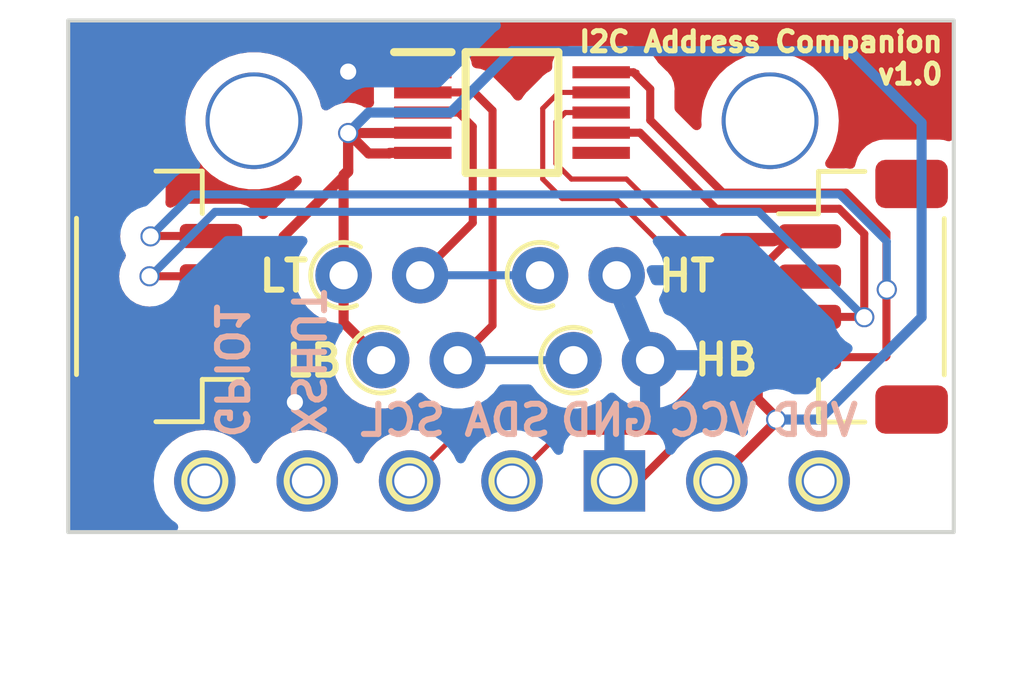
<source format=kicad_pcb>
(kicad_pcb (version 20221018) (generator pcbnew)
  (layers (0 "F.Cu" signal) (31 "B.Cu" signal) (34 "B.Paste" user) (35 "F.Paste" user) (36 "B.SilkS" user "B.Silkscreen") (37 "F.SilkS" user "F.Silkscreen") (38 "B.Mask" user) (39 "F.Mask" user) (44 "Edge.Cuts" user))
  (net 0 "")
  (net 2 "Net-(IC1-XORL)")
  (net 3 "Net-(IC1-XORH)")
  (net 4 "/3.3v")
  (net 5 "/GND")
  (net 7 "Net-(B1-SDA)")
  (net 8 "Net-(B1-SCL)")
  (net 11 "/SDA")
  (net 12 "/SCL")
  (footprint "Pololu:VL53L0X Mounting Hole" (layer "F.Cu") (at 154.9908 76.6572)
    (fp_text reference "REF**" hide)
    (fp_text value "VL53L0X Mounting Hole" hide)
    (pad "" np_thru_hole circle (at 0 -5.588) (size 2.4 2.4) (drill 2.2) (layers "F&B.Cu" "*.Mask"))
  )
  (footprint "LTC4316:SOP50P490X110-10N" (layer "F.Cu") (at 148.59 70.866)
    (fp_text reference "IC1" hide)
    (fp_text value "LTC4316CMS#PBF" hide)
    (fp_line (start -2.925 -1.5) (end -1.5 -1.5) (stroke (width 0.2)) (layer "F.SilkS"))
    (fp_line (start -1.15 -1.5) (end 1.15 -1.5) (stroke (width 0.2)) (layer "F.SilkS"))
    (fp_line (start -1.15 1.5) (end -1.15 -1.5) (stroke (width 0.2)) (layer "F.SilkS"))
    (fp_line (start 1.15 -1.5) (end 1.15 1.5) (stroke (width 0.2)) (layer "F.SilkS"))
    (fp_line (start 1.15 1.5) (end -1.15 1.5) (stroke (width 0.2)) (layer "F.SilkS"))
    (pad "1" smd rect (at -2.212 -1 90) (size 0.3 1.425) (layers "F.Cu" "F.Paste" "F.Mask") (net 5 "/GND"))
    (pad "2" smd rect (at -2.212 -0.5 90) (size 0.3 1.425) (layers "F.Cu" "F.Paste" "F.Mask") (net 3 "Net-(IC1-XORH)"))
    (pad "3" smd rect (at -2.212 0 90) (size 0.3 1.425) (layers "F.Cu" "F.Paste" "F.Mask") (net 2 "Net-(IC1-XORL)"))
    (pad "4" smd rect (at -2.212 0.5 90) (size 0.3 1.425) (layers "F.Cu" "F.Paste" "F.Mask") (net 4 "/3.3v"))
    (pad "5" smd rect (at -2.212 1 90) (size 0.3 1.425) (layers "F.Cu" "F.Paste" "F.Mask") (net 4 "/3.3v"))
    (pad "6" smd rect (at 2.212 1 90) (size 0.3 1.425) (layers "F.Cu" "F.Paste" "F.Mask"))
    (pad "7" smd rect (at 2.212 0.5 90) (size 0.3 1.425) (layers "F.Cu" "F.Paste" "F.Mask") (net 11 "/SDA"))
    (pad "8" smd rect (at 2.212 0 90) (size 0.3 1.425) (layers "F.Cu" "F.Paste" "F.Mask") (net 7 "Net-(B1-SDA)"))
    (pad "9" smd rect (at 2.212 -0.5 90) (size 0.3 1.425) (layers "F.Cu" "F.Paste" "F.Mask") (net 8 "Net-(B1-SCL)"))
    (pad "10" smd rect (at 2.212 -1 90) (size 0.3 1.425) (layers "F.Cu" "F.Paste" "F.Mask") (net 12 "/SCL"))
  )
  (footprint "Resistor_THT:R_Axial_DIN0204_L3.6mm_D1.6mm_P1.90mm_Vertical" (layer "F.Cu") (at 145.3438 77.0128)
    (fp_text reference "R1" hide)
    (fp_text value "R_HT" hide)
    (fp_arc (start 0.320095 0.749359) (mid -0.813042 -0.054435) (end 0.417133 -0.7) (stroke (width 0.12)) (layer "F.SilkS"))
    (pad "1" thru_hole circle (at 0 0) (size 1.4 1.4) (drill 0.7) (layers "*.Cu" "*.Mask") (net 4 "/3.3v"))
    (pad "2" thru_hole oval (at 1.9 0) (size 1.4 1.4) (drill 0.7) (layers "*.Cu" "*.Mask") (net 3 "Net-(IC1-XORH)"))
  )
  (footprint "Pololu:VL53L0X" (layer "F.Cu") (at 148.59 85.09)
    (fp_text reference "B1" hide)
    (fp_text value "~" hide)
    (pad "1" thru_hole circle (at 7.62 -5.08) (size 1.524 1.524) (drill 0.762) (layers "*.Cu" "*.Mask"))
    (pad "2" thru_hole circle (at 5.08 -5.08) (size 1.524 1.524) (drill 0.762) (layers "*.Cu" "*.Mask") (net 4 "/3.3v"))
    (pad "3" thru_hole rect (at 2.54 -5.08) (size 1.524 1.524) (drill 0.762) (layers "*.Cu" "*.Mask") (net 5 "/GND"))
    (pad "4" thru_hole circle (at 0 -5.08) (size 1.524 1.524) (drill 0.762) (layers "*.Cu" "*.Mask") (net 7 "Net-(B1-SDA)"))
    (pad "5" thru_hole circle (at -2.54 -5.08) (size 1.524 1.524) (drill 0.762) (layers "*.Cu" "*.Mask") (net 8 "Net-(B1-SCL)"))
    (pad "6" thru_hole circle (at -5.08 -5.08) (size 1.524 1.524) (drill 0.762) (layers "*.Cu" "*.Mask"))
    (pad "7" thru_hole circle (at -7.62 -5.08) (size 1.524 1.524) (drill 0.762) (layers "*.Cu" "*.Mask"))
  )
  (footprint "Resistor_THT:R_Axial_DIN0204_L3.6mm_D1.6mm_P1.90mm_Vertical" (layer "F.Cu") (at 144.4128 74.9046)
    (fp_text reference "R3" hide)
    (fp_text value "R_LT" hide)
    (fp_arc (start 0.320095 0.749359) (mid -0.813042 -0.054435) (end 0.417133 -0.7) (stroke (width 0.12)) (layer "F.SilkS"))
    (pad "1" thru_hole circle (at 0 0) (size 1.4 1.4) (drill 0.7) (layers "*.Cu" "*.Mask") (net 4 "/3.3v"))
    (pad "2" thru_hole oval (at 1.9 0) (size 1.4 1.4) (drill 0.7) (layers "*.Cu" "*.Mask") (net 2 "Net-(IC1-XORL)"))
  )
  (footprint "Resistor_THT:R_Axial_DIN0204_L3.6mm_D1.6mm_P1.90mm_Vertical" (layer "F.Cu") (at 149.2852 74.9046)
    (fp_text reference "R4" hide)
    (fp_text value "R_LB" hide)
    (fp_arc (start 0.320095 0.749359) (mid -0.813042 -0.054435) (end 0.417133 -0.7) (stroke (width 0.12)) (layer "F.SilkS"))
    (pad "1" thru_hole circle (at 0 0) (size 1.4 1.4) (drill 0.7) (layers "*.Cu" "*.Mask") (net 2 "Net-(IC1-XORL)"))
    (pad "2" thru_hole oval (at 1.9 0) (size 1.4 1.4) (drill 0.7) (layers "*.Cu" "*.Mask") (net 5 "/GND"))
  )
  (footprint "Connector_JST:JST_SH_BM04B-SRSS-TB_1x04-1MP_P1.00mm_Vertical" (layer "F.Cu") (at 139.7974 75.43 90)
    (fp_text reference "J2" hide)
    (fp_text value "Conn_01x04" hide)
    (fp_line (start -3.11 -0.04) (end -3.11 1.11) (stroke (width 0.12)) (layer "F.SilkS"))
    (fp_line (start -3.11 1.11) (end -2.06 1.11) (stroke (width 0.12)) (layer "F.SilkS"))
    (fp_line (start -2.06 1.11) (end -2.06 2.1) (stroke (width 0.12)) (layer "F.SilkS"))
    (fp_line (start -1.94 -2.01) (end 1.94 -2.01) (stroke (width 0.12)) (layer "F.SilkS"))
    (fp_line (start 3.11 -0.04) (end 3.11 1.11) (stroke (width 0.12)) (layer "F.SilkS"))
    (fp_line (start 3.11 1.11) (end 2.06 1.11) (stroke (width 0.12)) (layer "F.SilkS"))
    (pad "1" smd roundrect (at -1.5 1.325 90) (size 0.6 1.55) (layers "F.Cu" "F.Paste" "F.Mask") (net 5 "/GND"))
    (pad "2" smd roundrect (at -0.5 1.325 90) (size 0.6 1.55) (layers "F.Cu" "F.Paste" "F.Mask") (net 4 "/3.3v"))
    (pad "3" smd roundrect (at 0.5 1.325 90) (size 0.6 1.55) (layers "F.Cu" "F.Paste" "F.Mask") (net 11 "/SDA"))
    (pad "4" smd roundrect (at 1.5 1.325 90) (size 0.6 1.55) (layers "F.Cu" "F.Paste" "F.Mask") (net 12 "/SCL"))
    (pad "MP" smd roundrect (at -2.8 -1.2 90) (size 1.2 1.8) (layers "F.Cu" "F.Paste" "F.Mask") (roundrect_rratio 0.208333))
    (pad "MP" smd roundrect (at 2.8 -1.2 90) (size 1.2 1.8) (layers "F.Cu" "F.Paste" "F.Mask") (roundrect_rratio 0.208333))
  )
  (footprint "Pololu:VL53L0X Mounting Hole" (layer "F.Cu") (at 142.1892 76.6572)
    (fp_text reference "REF**" hide)
    (fp_text value "VL53L0X Mounting Hole" hide)
    (pad "" np_thru_hole circle (at 0 -5.588) (size 2.4 2.4) (drill 2.2) (layers "F&B.Cu" "*.Mask"))
  )
  (footprint "Connector_JST:JST_SH_BM04B-SRSS-TB_1x04-1MP_P1.00mm_Vertical" (layer "F.Cu") (at 157.3022 75.438 -90)
    (fp_text reference "J1" hide)
    (fp_text value "Conn_01x04" hide)
    (fp_line (start -3.11 -0.04) (end -3.11 1.11) (stroke (width 0.12)) (layer "F.SilkS"))
    (fp_line (start -3.11 1.11) (end -2.06 1.11) (stroke (width 0.12)) (layer "F.SilkS"))
    (fp_line (start -2.06 1.11) (end -2.06 2.1) (stroke (width 0.12)) (layer "F.SilkS"))
    (fp_line (start -1.94 -2.01) (end 1.94 -2.01) (stroke (width 0.12)) (layer "F.SilkS"))
    (fp_line (start 3.11 -0.04) (end 3.11 1.11) (stroke (width 0.12)) (layer "F.SilkS"))
    (fp_line (start 3.11 1.11) (end 2.06 1.11) (stroke (width 0.12)) (layer "F.SilkS"))
    (pad "1" smd roundrect (at -1.5 1.325 270) (size 0.6 1.55) (layers "F.Cu" "F.Paste" "F.Mask") (net 5 "/GND"))
    (pad "2" smd roundrect (at -0.5 1.325 270) (size 0.6 1.55) (layers "F.Cu" "F.Paste" "F.Mask") (net 4 "/3.3v"))
    (pad "3" smd roundrect (at 0.5 1.325 270) (size 0.6 1.55) (layers "F.Cu" "F.Paste" "F.Mask") (net 11 "/SDA"))
    (pad "4" smd roundrect (at 1.5 1.325 270) (size 0.6 1.55) (layers "F.Cu" "F.Paste" "F.Mask") (net 12 "/SCL"))
    (pad "MP" smd roundrect (at -2.8 -1.2 270) (size 1.2 1.8) (layers "F.Cu" "F.Paste" "F.Mask") (roundrect_rratio 0.208333))
    (pad "MP" smd roundrect (at 2.8 -1.2 270) (size 1.2 1.8) (layers "F.Cu" "F.Paste" "F.Mask") (roundrect_rratio 0.208333))
  )
  (footprint "Resistor_THT:R_Axial_DIN0204_L3.6mm_D1.6mm_P1.90mm_Vertical" (layer "F.Cu") (at 150.1146 77.0128)
    (fp_text reference "R2" hide)
    (fp_text value "R_HB" hide)
    (fp_arc (start 0.320095 0.749359) (mid -0.813042 -0.054435) (end 0.417133 -0.7) (stroke (width 0.12)) (layer "F.SilkS"))
    (pad "1" thru_hole circle (at 0 0) (size 1.4 1.4) (drill 0.7) (layers "*.Cu" "*.Mask") (net 3 "Net-(IC1-XORH)"))
    (pad "2" thru_hole oval (at 1.9 0) (size 1.4 1.4) (drill 0.7) (layers "*.Cu" "*.Mask") (net 5 "/GND"))
  )
  (gr_line (start 151.0538 75.2094) (end 151.7904 76.962) (stroke (width 0.2)) (layer "B.Cu"))
  (gr_line (start 151.384 75.057) (end 152.019 76.581) (stroke (width 0.2)) (layer "B.Cu"))
  (gr_line (start 151.1808 74.9808) (end 151.8666 76.6826) (stroke (width 0.2)) (layer "B.Cu"))
  (gr_circle (center 151.13 80.01) (end 151.64 80.01) (stroke (width 0.15)) (fill none) (layer "F.SilkS"))
  (gr_circle (center 156.21 80.01) (end 156.72 80.01) (stroke (width 0.15)) (fill none) (layer "F.SilkS"))
  (gr_circle (center 146.05 80.01) (end 146.56 80.01) (stroke (width 0.15)) (fill none) (layer "F.SilkS"))
  (gr_circle (center 143.51 80.01) (end 144.02 80.01) (stroke (width 0.15)) (fill none) (layer "F.SilkS"))
  (gr_circle (center 148.59 80.01) (end 149.1 80.01) (stroke (width 0.15)) (fill none) (layer "F.SilkS"))
  (gr_circle (center 140.97 80.01) (end 141.48 80.01) (stroke (width 0.15)) (fill none) (layer "F.SilkS"))
  (gr_circle (center 153.67 80.01) (end 154.18 80.01) (stroke (width 0.15)) (fill none) (layer "F.SilkS"))
  (gr_rect (start 137.5818 68.58) (end 159.5474 81.28) (stroke (width 0.1)) (fill none) (layer "Edge.Cuts"))
  (gr_text "VCC" (at 154.7368 78.9432) (layer "B.SilkS") (effects (font (size 0.75 0.75)) (justify left bottom mirror)))
  (gr_text "XSHUT" (at 143.0782 78.9432 -90) (layer "B.SilkS") (effects (font (size 0.75 0.75)) (justify left bottom mirror)))
  (gr_text "SCL" (at 147.0152 78.9432) (layer "B.SilkS") (effects (font (size 0.75 0.75)) (justify left bottom mirror)))
  (gr_text "GND" (at 152.1968 78.9432) (layer "B.SilkS") (effects (font (size 0.75 0.75)) (justify left bottom mirror)))
  (gr_text "VDD" (at 157.2514 78.9432) (layer "B.SilkS") (effects (font (size 0.75 0.75)) (justify left bottom mirror)))
  (gr_text "GPIO1" (at 141.1732 79.0194 -90) (layer "B.SilkS") (effects (font (size 0.75 0.75)) (justify left bottom mirror)))
  (gr_text "SDA" (at 149.6314 78.9432) (layer "B.SilkS") (effects (font (size 0.75 0.75)) (justify left bottom mirror)))
  (gr_text "I2C Address Companion\nv1.0" (at 159.3342 70.2056) (layer "F.SilkS") (effects (font (size 0.5 0.5) (thickness 0.125)) (justify right bottom)))
  (gr_text "HB" (at 153.035 77.4446) (layer "F.SilkS") (effects (font (size 0.75 0.75)) (justify left bottom)))
  (gr_text "LT" (at 142.24 75.3618) (layer "F.SilkS") (effects (font (size 0.75 0.75)) (justify left bottom)))
  (gr_text "LB" (at 142.9004 77.47) (layer "F.SilkS") (effects (font (size 0.75 0.75)) (justify left bottom)))
  (gr_text "HT" (at 152.146 75.3618) (layer "F.SilkS") (effects (font (size 0.75 0.75)) (justify left bottom)))
  (segment (start 146.3128 74.9046) (end 147.6168 73.6006) (width 0.2) (layer "F.Cu") (net 2))
  (segment (start 146.378 70.866) (end 147.2675 70.866) (width 0.2) (layer "F.Cu") (net 2))
  (segment (start 147.2675 70.866) (end 147.6168 71.2153) (width 0.2) (layer "F.Cu") (net 2))
  (segment (start 147.6168 71.2153) (end 147.6168 73.6006) (width 0.2) (layer "F.Cu") (net 2))
  (segment (start 146.3128 74.9046) (end 149.2852 74.9046) (width 0.2) (layer "B.Cu") (net 2))
  (segment (start 147.6582 70.366) (end 148.1074 70.8152) (width 0.2) (layer "F.Cu") (net 3))
  (segment (start 148.1074 70.8152) (end 148.1074 76.1492) (width 0.2) (layer "F.Cu") (net 3))
  (segment (start 148.1074 76.1492) (end 147.2438 77.0128) (width 0.2) (layer "F.Cu") (net 3))
  (segment (start 146.378 70.366) (end 147.6582 70.366) (width 0.2) (layer "F.Cu") (net 3))
  (segment (start 147.2438 77.0128) (end 150.1146 77.0128) (width 0.2) (layer "B.Cu") (net 3))
  (segment (start 144.4128 76.0818) (end 145.3438 77.0128) (width 0.25) (layer "F.Cu") (net 4))
  (segment (start 145.558 71.866) (end 146.378 71.866) (width 0.25) (layer "F.Cu") (net 4))
  (segment (start 145.542 71.882) (end 145.558 71.866) (width 0.25) (layer "F.Cu") (net 4))
  (segment (start 144.526 71.374) (end 146.37 71.374) (width 0.25) (layer "F.Cu") (net 4))
  (segment (start 155.194 78.486) (end 153.67 80.01) (width 0.25) (layer "F.Cu") (net 4))
  (segment (start 144.4128 74.9046) (end 144.4128 76.0818) (width 0.25) (layer "F.Cu") (net 4))
  (segment (start 144.526 71.374) (end 145.034 71.882) (width 0.25) (layer "F.Cu") (net 4))
  (segment (start 144.526 72.3392) (end 142.9258 73.9394) (width 0.25) (layer "F.Cu") (net 4))
  (segment (start 145.034 71.882) (end 145.542 71.882) (width 0.25) (layer "F.Cu") (net 4))
  (segment (start 154.686 77.978) (end 154.686 75.5904) (width 0.25) (layer "F.Cu") (net 4))
  (segment (start 144.526 71.374) (end 144.526 72.3392) (width 0.25) (layer "F.Cu") (net 4))
  (segment (start 144.4128 72.409951) (end 144.4128 74.9046) (width 0.25) (layer "F.Cu") (net 4))
  (segment (start 142.9258 73.9394) (end 142.9258 74.8538) (width 0.25) (layer "F.Cu") (net 4))
  (segment (start 154.686 75.5904) (end 155.3384 74.938) (width 0.25) (layer "F.Cu") (net 4))
  (segment (start 142.9258 74.8538) (end 141.8496 75.93) (width 0.25) (layer "F.Cu") (net 4))
  (segment (start 144.526 72.296751) (end 144.4128 72.409951) (width 0.25) (layer "F.Cu") (net 4))
  (segment (start 155.194 78.486) (end 154.686 77.978) (width 0.25) (layer "F.Cu") (net 4))
  (segment (start 141.8496 75.93) (end 141.1224 75.93) (width 0.25) (layer "F.Cu") (net 4))
  (segment (start 144.526 71.374) (end 144.526 72.296751) (width 0.25) (layer "F.Cu") (net 4))
  (via (at 144.526 71.374) (size 0.5) (drill 0.4) (layers "F.Cu" "B.Cu") (net 4))
  (via (at 155.1432 78.486) (size 0.5) (drill 0.4) (layers "F.Cu" "B.Cu") (net 4))
  (segment (start 147.066 70.866) (end 148.59 69.342) (width 0.25) (layer "B.Cu") (net 4))
  (segment (start 158.75 75.946) (end 158.75 71.12) (width 0.25) (layer "B.Cu") (net 4))
  (segment (start 145.034 70.866) (end 147.066 70.866) (width 0.25) (layer "B.Cu") (net 4))
  (segment (start 158.75 75.946) (end 156.21 78.486) (width 0.25) (layer "B.Cu") (net 4))
  (segment (start 158.75 71.12) (end 156.972 69.342) (width 0.25) (layer "B.Cu") (net 4))
  (segment (start 156.21 78.486) (end 155.1432 78.486) (width 0.25) (layer "B.Cu") (net 4))
  (segment (start 145.034 70.866) (end 144.526 71.374) (width 0.25) (layer "B.Cu") (net 4))
  (segment (start 156.972 69.342) (end 148.59 69.342) (width 0.25) (layer "B.Cu") (net 4))
  (segment (start 144.542 69.866) (end 144.526 69.85) (width 0.25) (layer "F.Cu") (net 5))
  (segment (start 154.2288 77.521618) (end 151.740418 80.01) (width 0.2) (layer "F.Cu") (net 5))
  (segment (start 144.526 69.85) (end 146.362 69.85) (width 0.25) (layer "F.Cu") (net 5))
  (segment (start 154.2288 75.275004) (end 154.2288 77.521618) (width 0.2) (layer "F.Cu") (net 5))
  (segment (start 155.565804 73.938) (end 154.2288 75.275004) (width 0.2) (layer "F.Cu") (net 5))
  (via (at 143.2052 78.0542) (size 0.5) (drill 0.4) (layers "F.Cu" "B.Cu") (net 5))
  (via (at 144.526 69.85) (size 0.5) (drill 0.4) (layers "F.Cu" "B.Cu") (net 5))
  (segment (start 148.59 80.01) (end 149.799124 78.800876) (width 0.127) (layer "F.Cu") (net 7))
  (segment (start 149.679 71.0995) (end 149.9125 70.866) (width 0.127) (layer "F.Cu") (net 7))
  (segment (start 149.9125 70.866) (end 150.802 70.866) (width 0.127) (layer "F.Cu") (net 7))
  (segment (start 149.799124 78.800876) (end 152.435476 78.800876) (width 0.127) (layer "F.Cu") (net 7))
  (segment (start 153.8224 77.413952) (end 153.8224 74.909848) (width 0.127) (layer "F.Cu") (net 7))
  (segment (start 149.679 72.1325) (end 149.679 71.0995) (width 0.127) (layer "F.Cu") (net 7))
  (segment (start 152.435476 78.800876) (end 153.8224 77.413952) (width 0.127) (layer "F.Cu") (net 7))
  (segment (start 153.8224 74.909848) (end 151.429552 72.517) (width 0.127) (layer "F.Cu") (net 7))
  (segment (start 150.0635 72.517) (end 149.679 72.1325) (width 0.127) (layer "F.Cu") (net 7))
  (segment (start 151.429552 72.517) (end 150.0635 72.517) (width 0.127) (layer "F.Cu") (net 7))
  (segment (start 153.3906 77.383304) (end 153.3906 75.2348) (width 0.127) (layer "F.Cu") (net 8))
  (segment (start 153.3906 75.2348) (end 151.1554 72.9996) (width 0.127) (layer "F.Cu") (net 8))
  (segment (start 146.05 80.01) (end 147.586124 78.473876) (width 0.127) (layer "F.Cu") (net 8))
  (segment (start 151.1554 72.9996) (end 149.8346 72.9996) (width 0.127) (layer "F.Cu") (net 8))
  (segment (start 149.352 70.7644) (end 149.7504 70.366) (width 0.127) (layer "F.Cu") (net 8))
  (segment (start 149.7504 70.366) (end 150.802 70.366) (width 0.127) (layer "F.Cu") (net 8))
  (segment (start 149.352 72.517) (end 149.352 70.7644) (width 0.127) (layer "F.Cu") (net 8))
  (segment (start 147.586124 78.473876) (end 152.300028 78.473876) (width 0.127) (layer "F.Cu") (net 8))
  (segment (start 149.8346 72.9996) (end 149.352 72.517) (width 0.127) (layer "F.Cu") (net 8))
  (segment (start 152.300028 78.473876) (end 153.3906 77.383304) (width 0.127) (layer "F.Cu") (net 8))
  (segment (start 157.3276 73.877004) (end 156.704196 73.2536) (width 0.2) (layer "F.Cu") (net 11))
  (segment (start 150.802 71.366) (end 151.7062 71.366) (width 0.127) (layer "F.Cu") (net 11))
  (segment (start 157.3196 75.938) (end 157.3276 75.946) (width 0.2) (layer "F.Cu") (net 11))
  (segment (start 153.6521 73.2536) (end 156.704196 73.2536) (width 0.2) (layer "F.Cu") (net 11))
  (segment (start 139.5984 74.93) (end 141.1224 74.93) (width 0.2) (layer "F.Cu") (net 11))
  (segment (start 157.3276 75.946) (end 157.3276 73.877004) (width 0.2) (layer "F.Cu") (net 11))
  (segment (start 151.7645 71.366) (end 150.802 71.366) (width 0.2) (layer "F.Cu") (net 11))
  (segment (start 151.7645 71.366) (end 153.6521 73.2536) (width 0.2) (layer "F.Cu") (net 11))
  (segment (start 155.9772 75.938) (end 157.3196 75.938) (width 0.2) (layer "F.Cu") (net 11))
  (via (at 157.3276 75.946) (size 0.5) (drill 0.4) (layers "F.Cu" "B.Cu") (net 11))
  (via (at 139.5984 74.93) (size 0.5) (drill 0.4) (layers "F.Cu" "B.Cu") (net 11))
  (segment (start 141.224 73.3298) (end 154.7114 73.3298) (width 0.2) (layer "B.Cu") (net 11))
  (segment (start 154.7114 73.3298) (end 157.3276 75.946) (width 0.2) (layer "B.Cu") (net 11))
  (segment (start 139.582582 74.971218) (end 141.224 73.3298) (width 0.2) (layer "B.Cu") (net 11))
  (segment (start 139.6332 73.93) (end 139.6238 73.9394) (width 0.2) (layer "F.Cu") (net 12))
  (segment (start 156.869882 72.8536) (end 153.817786 72.8536) (width 0.2) (layer "F.Cu") (net 12))
  (segment (start 141.1224 73.93) (end 139.6332 73.93) (width 0.2) (layer "F.Cu") (net 12))
  (segment (start 151.6032 69.866) (end 150.802 69.866) (width 0.2) (layer "F.Cu") (net 12))
  (segment (start 157.861 76.924067) (end 157.8776 76.907467) (width 0.2) (layer "F.Cu") (net 12))
  (segment (start 150.802 69.866) (end 151.6915 69.866) (width 0.127) (layer "F.Cu") (net 12))
  (segment (start 155.9772 76.938) (end 157.847067 76.938) (width 0.2) (layer "F.Cu") (net 12))
  (segment (start 153.817786 72.8536) (end 152.019 71.054814) (width 0.2) (layer "F.Cu") (net 12))
  (segment (start 157.847067 76.938) (end 157.861 76.924067) (width 0.2) (layer "F.Cu") (net 12))
  (segment (start 152.019 70.2818) (end 151.6032 69.866) (width 0.2) (layer "F.Cu") (net 12))
  (segment (start 152.019 71.054814) (end 152.019 70.2818) (width 0.2) (layer "F.Cu") (net 12))
  (segment (start 157.8776 73.861318) (end 156.869882 72.8536) (width 0.2) (layer "F.Cu") (net 12))
  (segment (start 157.8776 76.907467) (end 157.8776 73.861318) (width 0.2) (layer "F.Cu") (net 12))
  (via (at 139.6238 73.9394) (size 0.5) (drill 0.4) (layers "F.Cu" "B.Cu") (net 12))
  (via (at 157.8864 75.2602) (size 0.5) (drill 0.4) (layers "F.Cu" "B.Cu") (net 12))
  (segment (start 157.8864 74.0664) (end 156.718 72.898) (width 0.2) (layer "B.Cu") (net 12))
  (segment (start 140.6652 72.898) (end 139.6238 73.9394) (width 0.2) (layer "B.Cu") (net 12))
  (segment (start 157.8864 75.2602) (end 157.8864 74.0664) (width 0.2) (layer "B.Cu") (net 12))
  (segment (start 156.718 72.898) (end 140.6652 72.898) (width 0.2) (layer "B.Cu") (net 12))
  (zone (net 5) (net_name "/GND") (layer "F.Cu") (connect_pads (clearance 0.5)) (min_thickness 0.25) (fill yes (thermal_gap 0.5) (thermal_bridge_width 0.5))
    (polygon (pts (xy 135.89 68.072) (xy 161.29 68.072) (xy 161.29 81.788) (xy 135.89 81.788)))
  )
  (zone (net 5) (net_name "/GND") (layer "B.Cu") (connect_pads (clearance 0.5)) (min_thickness 0.25) (fill yes (thermal_gap 0.5) (thermal_bridge_width 0.5))
    (polygon (pts (xy 135.89 68.072) (xy 161.29 68.072) (xy 161.29 81.788) (xy 135.89 81.788)))
  )
)
</source>
